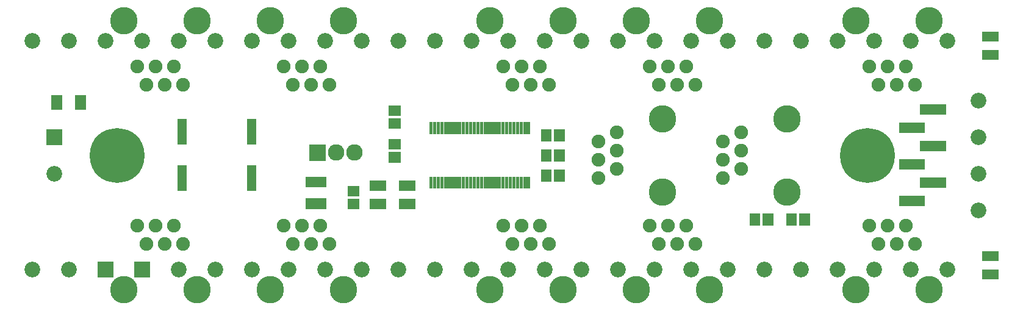
<source format=gbr>
G04 start of page 6 for group -4063 idx -4063 *
G04 Title: (unknown), componentmask *
G04 Creator: pcb 20140316 *
G04 CreationDate: Mon 29 Jan 2018 01:09:38 AM GMT UTC *
G04 For: railfan *
G04 Format: Gerber/RS-274X *
G04 PCB-Dimensions (mil): 5500.00 1700.00 *
G04 PCB-Coordinate-Origin: lower left *
%MOIN*%
%FSLAX25Y25*%
%LNTOPMASK*%
%ADD70R,0.0176X0.0176*%
%ADD69R,0.0560X0.0560*%
%ADD68R,0.0610X0.0610*%
%ADD67R,0.0490X0.0490*%
%ADD66R,0.0550X0.0550*%
%ADD65R,0.0572X0.0572*%
%ADD64C,0.0900*%
%ADD63C,0.0001*%
%ADD62C,0.2997*%
%ADD61C,0.0750*%
%ADD60C,0.1500*%
%ADD59C,0.0860*%
G54D59*X470500Y147500D03*
X450500D03*
X430500D03*
X410500D03*
X510500D03*
X490500D03*
G54D60*X500500Y158500D03*
X460500D03*
G54D59*X490500Y22500D03*
X450500D03*
X470500D03*
X410500D03*
X430500D03*
X510500D03*
X527500Y55000D03*
G54D61*X468000Y46500D03*
X473000Y36500D03*
G54D60*X460500Y11500D03*
G54D61*X478000Y46500D03*
X488000D03*
X483000Y36500D03*
X493000D03*
G54D60*X500500Y11500D03*
G54D62*X467000Y85000D03*
G54D61*X388000Y72500D03*
X398000Y77500D03*
X388000Y82500D03*
X398000Y87500D03*
X388000Y92500D03*
G54D60*X423000Y65000D03*
G54D61*X398000Y97500D03*
G54D60*X423000Y105000D03*
G54D59*X527500Y95000D03*
Y115000D03*
Y75000D03*
G54D61*X493000Y123500D03*
X488000Y133500D03*
X483000Y123500D03*
X478000Y133500D03*
X473000Y123500D03*
X468000Y133500D03*
X330000Y77500D03*
G54D60*X355000Y65000D03*
G54D61*X320000Y82500D03*
Y92500D03*
X330000Y87500D03*
Y97500D03*
G54D60*X355000Y105000D03*
G54D59*X390500Y147500D03*
X370500D03*
G54D60*X380500Y158500D03*
X340500D03*
X300500D03*
X260500D03*
G54D59*X150500Y147500D03*
X130500D03*
X110500D03*
X90500D03*
G54D60*X140500Y158500D03*
X100500D03*
X60500D03*
G54D61*X93000Y123500D03*
X88000Y133500D03*
X83000Y123500D03*
X78000Y133500D03*
X73000Y123500D03*
X68000Y133500D03*
G54D59*X30500Y147500D03*
X10500D03*
X70500D03*
X50500D03*
G54D63*G36*
X46200Y26800D02*Y18200D01*
X54800D01*
Y26800D01*
X46200D01*
G37*
G54D59*X10500Y22500D03*
X30500D03*
G54D63*G36*
X66200Y26800D02*Y18200D01*
X74800D01*
Y26800D01*
X66200D01*
G37*
G54D59*X250500Y22500D03*
X230500D03*
X270500D03*
X90500D03*
G54D60*X140500Y11500D03*
G54D59*X110500Y22500D03*
X170500D03*
X190500D03*
X130500D03*
X150500D03*
X210500D03*
G54D63*G36*
X18200Y99300D02*Y90700D01*
X26800D01*
Y99300D01*
X18200D01*
G37*
G54D59*X22500Y75000D03*
G54D61*X68000Y46500D03*
X73000Y36500D03*
X78000Y46500D03*
X83000Y36500D03*
X88000Y46500D03*
X93000Y36500D03*
G54D60*X60500Y11500D03*
X100500D03*
G54D62*X57000Y85000D03*
G54D61*X173000Y123500D03*
X168000Y133500D03*
X163000Y123500D03*
X158000Y133500D03*
X153000Y123500D03*
X148000Y133500D03*
G54D60*X180500Y158500D03*
G54D64*X186500Y86500D03*
X176500D03*
G54D63*G36*
X162000Y91000D02*Y82000D01*
X171000D01*
Y91000D01*
X162000D01*
G37*
G54D59*X170500Y147500D03*
X210500D03*
X190500D03*
X310500Y22500D03*
X330500D03*
X350500D03*
X370500D03*
G54D60*X380500Y11500D03*
G54D59*X390500Y22500D03*
X290500D03*
G54D61*X268000Y46500D03*
X273000Y36500D03*
X278000Y46500D03*
X283000Y36500D03*
X288000Y46500D03*
X293000Y36500D03*
G54D60*X260500Y11500D03*
X300500D03*
X340500D03*
G54D61*X148000Y46500D03*
X153000Y36500D03*
X158000Y46500D03*
X163000Y36500D03*
X168000Y46500D03*
X173000Y36500D03*
G54D60*X180500Y11500D03*
G54D59*X230500Y147500D03*
X250500D03*
X270500D03*
X290500D03*
G54D61*X293000Y123500D03*
X288000Y133500D03*
X283000Y123500D03*
X278000Y133500D03*
X273000Y123500D03*
X268000Y133500D03*
G54D59*X350500Y147500D03*
X330500D03*
X310500D03*
G54D61*X348000Y46500D03*
X353000Y36500D03*
X358000Y46500D03*
X363000Y36500D03*
X368000Y46500D03*
X373000Y36500D03*
Y123500D03*
X368000Y133500D03*
X363000Y123500D03*
X358000Y133500D03*
X353000Y123500D03*
X348000Y133500D03*
X320000Y72500D03*
G54D65*X208107Y102457D02*X208893D01*
X208107Y109543D02*X208893D01*
G54D66*X213700Y68500D02*X217300D01*
G54D65*X208107Y83957D02*X208893D01*
X208107Y91043D02*X208893D01*
G54D66*X197700Y68500D02*X201300D01*
X197700Y58500D02*X201300D01*
G54D65*X185607Y65543D02*X186393D01*
X185607Y58457D02*X186393D01*
X162745Y70405D02*X168255D01*
X162745Y58595D02*X168255D01*
G54D66*X213700Y58500D02*X217300D01*
G54D67*X130500Y102500D02*Y93500D01*
Y77000D02*Y67900D01*
X92500Y102500D02*Y93500D01*
G54D68*X24000Y115000D02*Y113000D01*
X37000Y115000D02*Y113000D01*
G54D67*X92500Y77000D02*Y67900D01*
G54D66*X532200Y30000D02*X535800D01*
X532200Y140000D02*X535800D01*
X532200Y150000D02*X535800D01*
X532200Y20000D02*X535800D01*
G54D69*X498500Y110000D02*X507000D01*
X487000Y100000D02*X495500D01*
X498500Y90000D02*X507000D01*
X498500Y70000D02*X507000D01*
X487000Y80000D02*X495500D01*
X487000Y60000D02*X495500D01*
G54D65*X291457Y96393D02*Y95607D01*
X298543Y96393D02*Y95607D01*
X291457Y85393D02*Y84607D01*
X298543Y85393D02*Y84607D01*
X291457Y74393D02*Y73607D01*
X298543Y74393D02*Y73607D01*
G54D70*X257952Y72402D02*Y67678D01*
X259921Y72402D02*Y67678D01*
X257952Y70940D02*Y69140D01*
X259921Y70940D02*Y69140D01*
X265826Y72402D02*Y67678D01*
Y70940D02*Y69140D01*
X261889Y72402D02*Y67678D01*
X263858Y72402D02*Y67678D01*
X261889Y70940D02*Y69140D01*
X263858Y70940D02*Y69140D01*
X281574Y102322D02*Y97598D01*
Y100860D02*Y99060D01*
X279606Y102322D02*Y97598D01*
Y100860D02*Y99060D01*
X277637Y102322D02*Y97598D01*
Y100860D02*Y99060D01*
X275669Y102322D02*Y97598D01*
Y100860D02*Y99060D01*
X267795Y72402D02*Y67678D01*
X269763Y72402D02*Y67678D01*
X271732Y72402D02*Y67678D01*
X267795Y70940D02*Y69140D01*
X269763Y70940D02*Y69140D01*
X271732Y70940D02*Y69140D01*
X273700Y72402D02*Y67678D01*
X275669Y72402D02*Y67678D01*
X273700Y70940D02*Y69140D01*
X275669Y70940D02*Y69140D01*
X281574Y72402D02*Y67678D01*
Y70940D02*Y69140D01*
X277637Y72402D02*Y67678D01*
X279606Y72402D02*Y67678D01*
X277637Y70940D02*Y69140D01*
X279606Y70940D02*Y69140D01*
G54D65*X425457Y50393D02*Y49607D01*
X412543Y50393D02*Y49607D01*
X405457Y50393D02*Y49607D01*
X432543Y50393D02*Y49607D01*
G54D70*X273700Y100860D02*Y99060D01*
X271732Y100860D02*Y99060D01*
X269763Y100860D02*Y99060D01*
X267795Y100860D02*Y99060D01*
X265826Y100860D02*Y99060D01*
X263858Y100860D02*Y99060D01*
X261889Y100860D02*Y99060D01*
X259921Y100860D02*Y99060D01*
X257952Y100860D02*Y99060D01*
X228426Y72402D02*Y67678D01*
X230394Y72402D02*Y67678D01*
X232363Y72402D02*Y67678D01*
X228426Y70940D02*Y69140D01*
X230394Y70940D02*Y69140D01*
X232363Y70940D02*Y69140D01*
X234331Y72402D02*Y67678D01*
X236300Y72402D02*Y67678D01*
X234331Y70940D02*Y69140D01*
X236300Y70940D02*Y69140D01*
X242205Y72402D02*Y67678D01*
Y70940D02*Y69140D01*
X238268Y72402D02*Y67678D01*
X240237Y72402D02*Y67678D01*
X238268Y70940D02*Y69140D01*
X240237Y70940D02*Y69140D01*
X244174Y72402D02*Y67678D01*
Y70940D02*Y69140D01*
X246142Y72402D02*Y67678D01*
X248111Y72402D02*Y67678D01*
X250079Y72402D02*Y67678D01*
X246142Y70940D02*Y69140D01*
X248111Y70940D02*Y69140D01*
X250079Y70940D02*Y69140D01*
X252048Y72402D02*Y67678D01*
X254016Y72402D02*Y67678D01*
X255984Y72402D02*Y67678D01*
X252048Y70940D02*Y69140D01*
X254016Y70940D02*Y69140D01*
X255984Y70940D02*Y69140D01*
X273700Y102322D02*Y97598D01*
X271732Y102322D02*Y97598D01*
X269763Y102322D02*Y97598D01*
X267795Y102322D02*Y97598D01*
X265826Y102322D02*Y97598D01*
X263858Y102322D02*Y97598D01*
X261889Y102322D02*Y97598D01*
X259921Y102322D02*Y97598D01*
X257952Y102322D02*Y97598D01*
X255984Y102322D02*Y97598D01*
Y100860D02*Y99060D01*
X254016Y102322D02*Y97598D01*
Y100860D02*Y99060D01*
X252048Y102322D02*Y97598D01*
Y100860D02*Y99060D01*
X250079Y102322D02*Y97598D01*
X248111Y102322D02*Y97598D01*
X246142Y102322D02*Y97598D01*
X250079Y100860D02*Y99060D01*
X248111Y100860D02*Y99060D01*
X246142Y100860D02*Y99060D01*
X244174Y102322D02*Y97598D01*
X242205Y102322D02*Y97598D01*
X244174Y100860D02*Y99060D01*
X242205Y100860D02*Y99060D01*
X236300Y102322D02*Y97598D01*
Y100860D02*Y99060D01*
X234331Y102322D02*Y97598D01*
X232363Y102322D02*Y97598D01*
X234331Y100860D02*Y99060D01*
X232363Y100860D02*Y99060D01*
X240237Y102322D02*Y97598D01*
X238268Y102322D02*Y97598D01*
X240237Y100860D02*Y99060D01*
X238268Y100860D02*Y99060D01*
X230394Y102322D02*Y97598D01*
X228426Y102322D02*Y97598D01*
X230394Y100860D02*Y99060D01*
X228426Y100860D02*Y99060D01*
M02*

</source>
